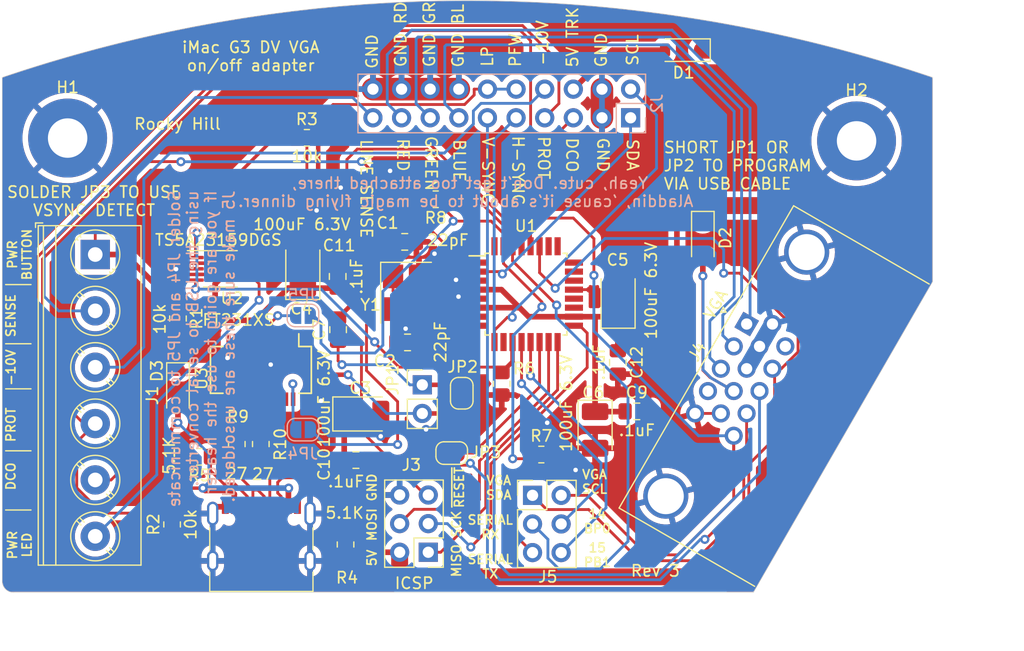
<source format=kicad_pcb>
(kicad_pcb (version 20221018) (generator pcbnew)
  (title_block (title "J2o Board") (date "2020-03-27") (rev "3") (comment 3 "initializing the IVAD board and sending an EDID when requested.") (comment 4 "Powers atmega328p from J20 connector and from thr VGA connector."))
  (layers (0 "F.Cu" signal) (31 "B.Cu" signal) (34 "B.Paste" user) (35 "F.Paste" user) (36 "B.SilkS" user "B.Silkscreen") (37 "F.SilkS" user "F.Silkscreen") (38 "B.Mask" user) (39 "F.Mask" user) (44 "Edge.Cuts" user))
  (net 0 "")
  (net 1 "GND")
  (net 2 "Net-(U1-XTAL1{slash}PB6)")
  (net 3 "Net-(U1-XTAL2{slash}PB7)")
  (net 4 "/RED")
  (net 5 "/GREEN")
  (net 6 "/BLUE")
  (net 7 "/COMPUTER_5V")
  (net 8 "/COMPUTER_SDA")
  (net 9 "/H_SYNC")
  (net 10 "/V_SYNC")
  (net 11 "/COMPUTER_SCL")
  (net 12 "/IVAD_SDA")
  (net 13 "/IVAD_SCL")
  (net 14 "/DCO")
  (net 15 "/5V_TRICKLE")
  (net 16 "/PROT")
  (net 17 "/-10V")
  (net 18 "/LPIACT:L1_LP")
  (net 19 "/LINE_SENSE")
  (net 20 "/+5V_BOARD")
  (net 21 "/PWR_BTN")
  (net 22 "/MISO")
  (net 23 "/SCK")
  (net 24 "/MOSI")
  (net 25 "/~{RESET}")
  (net 26 "/PWR_LED")
  (net 27 "/SERIAL_RX")
  (net 28 "/SERIAL_TX")
  (net 29 "/PB0")
  (net 30 "/PB1")
  (net 32 "/5V_USB")
  (net 34 "Net-(JP3-A)")
  (net 35 "Net-(U1-PD7)")
  (net 56 "Net-(U3-USBDP)")
  (net 57 "Net-(U3-USBDM)")
  (net 58 "Net-(JP1-A)")
  (net 59 "Net-(JP1-B)")
  (net 60 "Net-(J5-Pin_5)")
  (net 61 "Net-(J6-D--PadA7)")
  (net 62 "Net-(J6-D+-PadA6)")
  (net 63 "Net-(JP4-B)")
  (net 64 "Net-(JP5-B)")
  (net 67 "Net-(J6-CC2)")
  (net 68 "Net-(J6-CC1)")
  (footprint "MountingHole:MountingHole_3.5mm_Pad" (layer "F.Cu") (at 209.153 70.1538)
    (fp_text reference "H2")
    (fp_text value "MountingHole_Pad" hide)
  )
  (footprint "Connector_PinHeader_2.54mm:PinHeader_2x03_P2.54mm_Vertical" (layer "F.Cu") (at 171.153 106.654 180)
    (fp_text reference "J3")
    (fp_text value "Conn_02x03_Odd_Even" hide)
  )
  (footprint "TerminalBlock_Phoenix:TerminalBlock_Phoenix_PT-1,5-6-5.0-H_1x06_P5.00mm_Horizontal" (layer "F.Cu") (at 141.605 80.236 -90)
    (fp_text reference "J1")
    (fp_text value "Screw_Terminal_01x06" hide)
  )
  (footprint "MountingHole:MountingHole_3.5mm_Pad" (layer "F.Cu") (at 139.153 69.9038)
    (fp_text reference "H1")
    (fp_text value "MountingHole_Pad" hide)
  )
  (footprint "Connector_PinHeader_2.54mm:PinHeader_2x03_P2.54mm_Vertical" (layer "F.Cu") (at 180.403 101.604)
    (fp_text reference "J5")
    (fp_text value "Conn_02x03_Odd_Even" hide)
  )
  (footprint "Connector_Dsub:DSUB-15-HD_Female_Horizontal_P2.29x1.98mm_EdgePinOffset8.35mm_Housed_MountingHolesOffset10.89mm" (layer "F.Cu") (at 199.403 86.4038 60)
    (fp_text reference "J4")
    (fp_text value "DE15_Receptacle_HighDensity_MountingHoles")
  )
  (footprint "Jumper:SolderJumper-2_P1.3mm_Open_RoundedPad1.0x1.5mm" (layer "F.Cu") (at 173.233 97.8538 180)
    (fp_text reference "JP3")
    (fp_text value "SolderJumper_2_Open" hide)
  )
  (footprint "Diode_SMD:D_SOD-123" (layer "F.Cu") (at 193.813 62.1038 180)
    (fp_text reference "D1")
    (fp_text value "D_Schottky_ALT" hide)
  )
  (footprint "Diode_SMD:D_SOD-123" (layer "F.Cu") (at 195.513 78.7738 -90)
    (fp_text reference "D2")
    (fp_text value "D_Schottky_ALT" hide)
  )
  (footprint "Resistor_SMD:R_0805_2012Metric_Pad1.20x1.40mm_HandSolder" (layer "F.Cu") (at 148.943 85.9138 -90)
    (fp_text reference "R1")
    (fp_text value "10k")
  )
  (footprint "Resistor_SMD:R_0805_2012Metric_Pad1.20x1.40mm_HandSolder" (layer "F.Cu") (at 148.423 104.1838 90)
    (fp_text reference "R2")
    (fp_text value "10k")
  )
  (footprint "Resistor_SMD:R_0805_2012Metric_Pad1.20x1.40mm_HandSolder" (layer "F.Cu") (at 160.383 69.8838)
    (fp_text reference "R3")
    (fp_text value "10k")
  )
  (footprint "Resistor_SMD:R_0805_2012Metric_Pad1.20x1.40mm_HandSolder" (layer "F.Cu") (at 177.673 91.7038 90)
    (fp_text reference "R6")
    (fp_text value "10k")
  )
  (footprint "Package_QFP:TQFP-32_7x7mm_P0.8mm" (layer "F.Cu") (at 179.828 83.7538)
    (fp_text reference "U1")
    (fp_text value "ATmega328P-AU" hide)
  )
  (footprint "Package_SO:VSSOP-10_3x3mm_P0.5mm" (layer "F.Cu") (at 152.703 81.5038)
    (fp_text reference "U2")
    (fp_text value "TS5A23159DGS")
  )
  (footprint "Package_SO:SSOP-20_3.9x8.7mm_P0.635mm" (layer "F.Cu") (at 156.3005 90.4738 -90)
    (fp_text reference "U3")
    (fp_text value "FT231XS")
  )
  (footprint "Crystal:Crystal_SMD_3225-4Pin_3.2x2.5mm_HandSoldering" (layer "F.Cu") (at 169.178 83.6288 -90)
    (fp_text reference "Y1")
    (fp_text value "16 Mz cystal" hide)
  )
  (footprint "Capacitor_Tantalum_SMD:CP_EIA-3528-21_Kemet-B_Pad1.50x2.35mm_HandSolder" (layer "F.Cu") (at 185.953 95.7988 -90)
    (fp_text reference "C6")
    (fp_text value "100uF 6.3V")
  )
  (footprint "Capacitor_Tantalum_SMD:CP_EIA-3528-21_Kemet-B_Pad1.50x2.35mm_HandSolder" (layer "F.Cu") (at 165.318 94.3838)
    (fp_text reference "C3")
    (fp_text value "100uF 6.3V")
  )
  (footprint "Capacitor_Tantalum_SMD:CP_EIA-3528-21_Kemet-B_Pad1.50x2.35mm_HandSolder" (layer "F.Cu") (at 187.993 84.1388 90)
    (fp_text reference "C5")
    (fp_text value "100uF 6.3V")
  )
  (footprint "Capacitor_Tantalum_SMD:CP_EIA-3528-21_Kemet-B_Pad1.50x2.35mm_HandSolder" (layer "F.Cu") (at 160.023 81.5888 90)
    (fp_text reference "C4")
    (fp_text value "100uF 6.3V")
  )
  (footprint "Capacitor_SMD:C_0805_2012Metric_Pad1.18x1.45mm_HandSolder" (layer "F.Cu") (at 169.313 88.0338 180)
    (fp_text reference "C2")
    (fp_text value "22pF")
  )
  (footprint "Capacitor_SMD:C_0805_2012Metric_Pad1.18x1.45mm_HandSolder" (layer "F.Cu") (at 169.063 79.1138 180)
    (fp_text reference "C1")
    (fp_text value "22pF")
  )
  (footprint "Diode_SMD:D_SOD-123" (layer "F.Cu") (at 148.943 92.2038 -90)
    (fp_text reference "D3")
    (fp_text value "D_Schottky_ALT" hide)
  )
  (footprint "Jumper:SolderJumper-2_P1.3mm_Open_RoundedPad1.0x1.5mm" (layer "F.Cu") (at 174.123 92.5438 -90)
    (fp_text reference "JP2")
    (fp_text value "SolderJumper_2_Open" hide)
  )
  (footprint "Connector_PinHeader_2.54mm:PinHeader_1x02_P2.54mm_Vertical" (layer "F.Cu") (at 170.623 91.7988)
    (fp_text reference "JP1")
    (fp_text value "SolderJumper_2_Open" hide)
  )
  (footprint "Resistor_SMD:R_0805_2012Metric_Pad1.20x1.40mm_HandSolder" (layer "F.Cu") (at 163.813 105.9638 -90)
    (fp_text reference "R4")
    (fp_text value "5.1K")
  )
  (footprint "Capacitor_SMD:C_0805_2012Metric_Pad1.18x1.45mm_HandSolder" (layer "F.Cu") (at 163.113 82.1838 90)
    (fp_text reference "C11")
    (fp_text value ".1uF")
  )
  (footprint "Resistor_SMD:R_0805_2012Metric_Pad1.20x1.40mm_HandSolder" (layer "F.Cu") (at 154.163 97.0538 90)
    (fp_text reference "R9")
    (fp_text value "27")
  )
  (footprint "Resistor_SMD:R_0805_2012Metric_Pad1.20x1.40mm_HandSolder" (layer "F.Cu") (at 156.293 97.0538 90)
    (fp_text reference "R10")
    (fp_text value "27")
  )
  (footprint "Capacitor_SMD:C_0805_2012Metric_Pad1.18x1.45mm_HandSolder" (layer "F.Cu") (at 189.6555 94.1538)
    (fp_text reference "C9")
    (fp_text value ".1uF")
  )
  (footprint "Resistor_SMD:R_0805_2012Metric_Pad1.20x1.40mm_HandSolder" (layer "F.Cu") (at 150.833 98.1838 180)
    (fp_text reference "R5")
    (fp_text value "5.1K")
  )
  (footprint "Resistor_SMD:R_0805_2012Metric_Pad1.20x1.40mm_HandSolder" (layer "F.Cu") (at 181.183 97.9838)
    (fp_text reference "R7")
    (fp_text value "10k")
  )
  (footprint "Capacitor_SMD:C_0805_2012Metric_Pad1.18x1.45mm_HandSolder" (layer "F.Cu") (at 164.733 98.4738)
    (fp_text reference "C10")
    (fp_text value ".1uF")
  )
  (footprint "Capacitor_SMD:C_0805_2012Metric_Pad1.18x1.45mm_HandSolder" (layer "F.Cu") (at 187.973 89.8113 -90)
    (fp_text reference "C12")
    (fp_text value ".1uF")
  )
  (footprint "Connector_USB:USB_C_Receptacle_G-Switch_GT-USB-7010ASV" (layer "F.Cu") (at 156.343 106.3438)
    (fp_text reference "J6" hide)
    (fp_text value "USB_C_Receptacle_USB2.0")
  )
  (footprint "Capacitor_SMD:C_0805_2012Metric_Pad1.18x1.45mm_HandSolder" (layer "F.Cu") (at 163.153 86.9038 90)
    (fp_text reference "C7")
    (fp_text value ".1uF")
  )
  (footprint "Resistor_SMD:R_0805_2012Metric_Pad1.20x1.40mm_HandSolder" (layer "F.Cu") (at 171.813 75.3338 180)
    (fp_text reference "R8")
    (fp_text value "5.1K")
  )
  (footprint "Connector_PinHeader_2.54mm:PinHeader_2x10_P2.54mm_Vertical" (layer "B.Cu") (at 189.103 68.1038 90)
    (fp_text reference "J2")
    (fp_text value "Conn_02x10_Odd_Even" hide)
  )
  (footprint "Jumper:SolderJumper-2_P1.3mm_Open_RoundedPad1.0x1.5mm" (layer "B.Cu") (at 160.043 95.7738 180)
    (fp_text reference "JP4")
    (fp_text value "SolderJumper_2_Open" hide)
  )
  (footprint "Jumper:SolderJumper-2_P1.3mm_Open_RoundedPad1.0x1.5mm" (layer "B.Cu") (at 160.033 85.6438 180)
    (fp_text reference "JP5")
    (fp_text value "SolderJumper_2_Open" hide)
  )
  (gr_line (start 135.903 82.9038) (end 133.653 82.9038) (stroke (width 0.12)) (layer "F.SilkS"))
  (gr_line (start 135.903 97.6538) (end 133.653 97.6538) (stroke (width 0.12)) (layer "F.SilkS"))
  (gr_line (start 135.903 88.1538) (end 133.653 88.1538) (stroke (width 0.12)) (layer "F.SilkS"))
  (gr_line (start 135.903 92.1538) (end 133.653 92.1538) (stroke (width 0.12)) (layer "F.SilkS"))
  (gr_line (start 135.903 102.9038) (end 133.653 102.9038) (stroke (width 0.12)) (layer "F.SilkS"))
  (gr_line (start 133.35 109.22) (end 133.35 64.516001) (stroke (width 0.05)) (layer "Edge.Cuts"))
  (gr_line (start 200.003 110.22) (end 134.35 110.22) (stroke (width 0.05)) (layer "Edge.Cuts"))
  (gr_line (start 215.899998 64.516) (end 215.899998 82.6538) (stroke (width 0.05)) (layer "Edge.Cuts"))
  (gr_arc (start 134.35 110.22) (mid 133.642893 109.927107) (end 133.35 109.22) (stroke (width 0.05)) (layer "Edge.Cuts"))
  (gr_line (start 215.899998 82.6538) (end 200.003 110.22) (stroke (width 0.05)) (layer "Edge.Cuts"))
  (gr_arc (start 133.35 64.516001) (mid 174.624999 57.705384) (end 215.899998 64.516) (stroke (width 0.05)) (layer "Edge.Cuts"))
  (gr_text "Yeah, cute. Don't get too attached there, \nAladdin, 'cause it's about to be magic flying dinner." (at 174.473 74.7038) (layer "B.SilkS") (effects (font (size 1 1)) (justify mirror)))
  (gr_text "Solder JP4 and JP5 to communicate\nusing the USB to serial converter.\nIf you are going to use the header\nJ5 make sure these are unsoldered." (at 154.043 74.4638 90) (layer "B.SilkS") (effects (font (size 1 1)) (justify left bottom mirror)))
  (gr_text "14\nBP0" (at 186.153 103.9038) (layer "F.SilkS") (effects (font (size 0.8 0.8))))
  (gr_text "VGA\nSCL" (at 185.903 100.4038) (layer "F.SilkS") (effects (font (size 0.8 0.8))))
  (gr_text "MISO" (at 173.653 107.4038 90) (layer "F.SilkS") (effects (font (size 0.8 0.8))))
  (gr_text "SERIAL\nRX" (at 176.653 104.4288) (layer "F.SilkS") (effects (font (size 0.8 0.8))))
  (gr_text "SENSE" (at 134.112 85.6538 90) (layer "F.SilkS") (effects (font (size 0.8 0.8))))
  (gr_text "PROT" (at 181.403 71.6538 270) (layer "F.SilkS") (effects (font (size 1 1))))
  (gr_text "GND" (at 186.653 71.4038 270) (layer "F.SilkS") (effects (font (size 1 1))))
  (gr_text "LP" (at 176.393 62.6538 90) (layer "F.SilkS") (effects (font (size 1 1))))
  (gr_text "ICSP" (at 169.903 109.4038) (layer "F.SilkS") (effects (font (size 1 1))))
  (gr_text "DCO" (at 134.112 99.916 90) (layer "F.SilkS") (effects (font (size 0.8 0.8))))
  (gr_text "SDA" (at 189.2768 71.4038 270) (layer "F.SilkS") (effects (font (size 1 1))))
  (gr_text "PFW" (at 178.8668 62.0903 90) (layer "F.SilkS") (effects (font (size 1 1))))
  (gr_text "GND" (at 166.153 100.9038 90) (layer "F.SilkS") (effects (font (size 0.8 0.8))))
  (gr_text "VGA\nSDA" (at 177.403 100.9288) (layer "F.SilkS") (effects (font (size 0.8 0.8))))
  (gr_text "GND GR" (at 171.2468 60.6933 90) (layer "F.SilkS") (effects (font (size 1 1))))
  (gr_text "SERIAL\nTX" (at 176.653 107.9288) (layer "F.SilkS") (effects (font (size 0.8 0.8))))
  (gr_text "GND" (at 186.4868 62.0903 90) (layer "F.SilkS") (effects (font (size 1 1))))
  (gr_text "MOSI" (at 166.153 104.2038 90) (layer "F.SilkS") (effects (font (size 0.8 0.8))))
  (gr_text "GND RD" (at 168.7068 60.6933 90) (layer "F.SilkS") (effects (font (size 1 1))))
  (gr_text "15\nPB1" (at 186.153 106.9038) (layer "F.SilkS") (effects (font (size 0.8 0.8))))
  (gr_text "RED" (at 168.903 71.4038 270) (layer "F.SilkS") (effects (font (size 1 1))))
  (gr_text "5V" (at 166.153 107.1538 90) (layer "F.SilkS") (effects (font (size 0.8 0.8))))
  (gr_text "SHORT JP1 OR\nJP2 TO PROGRAM\nVIA USB CABLE" (at 191.963 74.5438) (layer "F.SilkS") (effects (font (size 1 1)) (justify left bottom)))
  (gr_text "GND BL" (at 173.7868 60.8203 90) (layer "F.SilkS") (effects (font (size 1 1))))
  (gr_text "5V TRK" (at 183.9468 60.9473 90) (layer "F.SilkS") (effects (font (size 1 1))))
  (gr_text "V-SYNC" (at 176.4498 72.7786 270) (layer "F.SilkS") (effects (font (size 1 1))))
  (gr_text "iMac G3 DV VGA\non/off adapter" (at 155.403 62.6538) (layer "F.SilkS") (effects (font (size 1 1))))
  (gr_text "BLUE" (at 173.903 71.9038 270) (layer "F.SilkS") (effects (font (size 1 1))))
  (gr_text "~{RESET}" (at 173.903 100.9038 90) (layer "F.SilkS") (effects (font (size 0.8 0.8))))
  (gr_text "-10V" (at 181.2798 61.4553 90) (layer "F.SilkS") (effects (font (size 1 1))))
  (gr_text "SCK" (at 173.653 104.1538 90) (layer "F.SilkS") (effects (font (size 0.8 0.8))))
  (gr_text "SOLDER JP3 TO USE\nVSYNC DETECT" (at 141.503 75.5038) (layer "F.SilkS") (effects (font (size 1 1))))
  (gr_text "H-SYNC" (at 179.1168 72.7786 270) (layer "F.SilkS") (effects (font (size 1 1))))
  (gr_text "DCO" (at 183.903 71.4038 270) (layer "F.SilkS") (effects (font (size 1 1))))
  (gr_text "GND" (at 166.1668 62.2173 90) (layer "F.SilkS") (effects (font (size 1 1))))
  (gr_text "VGA" (at 196.653 84.6538 60) (layer "F.SilkS") (effects (font (size 1 1))))
  (gr_text "SCL" (at 189.2808 62.0903 90) (layer "F.SilkS") (effects (font (size 1 1))))
  (gr_text "PWR\nLED" (at 134.9 106.012 90) (layer "F.SilkS") (effects (font (size 0.8 0.8))))
  (gr_text "PWR\nBUTTON" (at 134.9 80.236 90) (layer "F.SilkS") (effects (font (size 0.8 0.8))))
  (gr_text "Rev 3" (at 191.303 108.3038) (layer "F.SilkS") (effects (font (size 1 1))))
  (gr_text "GREEN" (at 171.403 72.1538 270) (layer "F.SilkS") (effects (font (size 1 1))))
  (gr_text "-10V" (at 134.112 90.264 90) (layer "F.SilkS") (effects (font (size 0.8 0.8))))
  (gr_text "PROT" (at 134.112 95.344 90) (layer "F.SilkS") (effects (font (size 0.8 0.8))))
  (gr_text "Rocky Hill" (at 148.903 68.6538) (layer "F.SilkS") (effects (font (size 1 1))))
  (gr_text "LINE SENSE" (at 165.653 74.4038 270) (layer "F.SilkS") (effects (font (size 1 1))))
  (segment (start 168.028 85.6988) (end 168.028 85.0788) (width 0.25) (layer "F.Cu") (net 1))
  (segment (start 175.578 84.1538) (end 174.013 84.1538) (width 0.3) (layer "F.Cu") (net 1))
  (segment (start 170.813 75.3338) (end 170.283 75.3338) (width 0.25) (layer "F.Cu") (net 1))
  (segment (start 187.153 83.3538) (end 187.993 82.5138) (width 0.25) (layer "F.Cu") (net 1))
  (segment (start 159.163 80.8238) (end 160.023 79.9638) (width 0.3) (layer "F.Cu") (net 1))
  (segment (start 155.983 91.4738) (end 156.618 92.1088) (width 0.4) (layer "F.Cu") (net 1))
  (segment (start 197.108631 94.336593) (end 197.11023 94.334994) (width 0.25) (layer "F.Cu") (net 1))
  (segment (start 170.283 75.3338) (end 167.763 72.8138) (width 0.25) (layer "F.Cu") (net 1))
  (segment (start 166.943 96.3538) (end 166.933 96.3638) (width 0.25) (layer "F.Cu") (net 1))
  (segment (start 150.503 81.5038) (end 148.803 81.5038) (width 0.3) (layer "F.Cu") (net 1))
  (segment (start 157.983 82.0038) (end 159.163 80.8238) (width 0.3) (layer "F.Cu") (net 1))
  (segment (start 175.578 82.5538) (end 173.683 82.5538) (width 0.3) (layer "F.Cu") (net 1))
  (segment (start 168.028 87.7863) (end 168.2755 88.0338) (width 0.25) (layer "F.Cu") (net 1))
  (segment (start 158.983 81.0038) (end 159.163 80.8238) (width 0.3) (layer "F.Cu") (net 1))
  (segment (start 184.078 83.3538) (end 187.153 83.3538) (width 0.25) (layer "F.Cu") (net 1))
  (segment (start 156.618 92.1088) (end 156.618 93.0738) (width 0.4) (layer "F.Cu") (net 1))
  (segment (start 171.323 65.5638) (end 173.863 65.5638) (width 2) (layer "F.Cu") (net 1))
  (segment (start 168.783 65.5638) (end 171.323 65.5638) (width 2) (layer "F.Cu") (net 1))
  (segment (start 166.943 94.3838) (end 166.943 96.3538) (width 0.25) (layer "F.Cu") (net 1))
  (segment (start 154.903 82.0038) (end 157.983 82.0038) (width 0.3) (layer "F.Cu") (net 1))
  (segment (start 194.823 94.336593) (end 197.108631 94.336593) (width 0.25) (layer "F.Cu") (net 1))
  (segment (start 169.143 86.8138) (end 168.028 85.6988) (width 0.25) (layer "F.Cu") (net 1))
  (segment (start 169.143 87.1663) (end 168.2755 88.0338) (width 0.25) (layer "F.Cu") (net 1))
  (segment (start 186.563 65.5638) (end 186.563 68.1038) (width 2) (layer "F.Cu") (net 1))
  (segment (start 168.028 85.0788) (end 168.028 87.7863) (width 0.25) (layer "F.Cu") (net 1))
  (segment (start 174.013 84.1538) (end 173.833 83.9738) (width 0.3) (layer "F.Cu") (net 1))
  (segment (start 169.143 86.8138) (end 169.143 87.1663) (width 0.25) (layer "F.Cu") (net 1))
  (segment (start 148.803 81.5038) (end 148.773 81.5338) (width 0.3) (layer "F.Cu") (net 1))
  (segment (start 155.983 87.8738) (end 155.983 91.4738) (width 0.4) (layer "F.Cu") (net 1))
  (segment (start 154.903 81.0038) (end 158.983 81.0038) (width 0.3) (layer "F.Cu") (net 1))
  (segment (start 166.243 65.5638) (end 168.783 65.5638) (width 2) (layer "F.Cu") (net 1))
  (segment (start 173.683 82.5538) (end 173.613 82.4838) (width 0.3) (layer "F.Cu") (net 1))
  (via (at 157.173 90.0038) (size 0.8) (drill 0.4) (layers "F.Cu" "B.Cu") (net 1))
  (via (at 163.383 74.3038) (size 0.8) (drill 0.4) (layers "F.Cu" "B.Cu") (net 1))
  (via (at 171.703 80.1638) (size 0.8) (drill 0.4) (layers "F.Cu" "B.Cu") (net 1))
  (via (at 166.933 96.3638) (size 0.8) (drill 0.4) (layers "F.Cu" "B.Cu") (net 1))
  (via (at 181.703 95.1638) (size 0.8) (drill 0.4) (layers "F.Cu" "B.Cu") (net 1))
  (via (at 161.243 76.3238) (size 0.8) (drill 0.4) (layers "F.Cu" "B.Cu") (net 1))
  (via (at 148.773 81.5338) (size 0.8) (drill 0.4) (layers "F.Cu" "B.Cu") (net 1))
  (via (at 173.613 82.4838) (size 0.8) (drill 0.4) (layers "F.Cu" "B.Cu") (net 1))
  (via (at 173.833 83.9738) (size 0.8) (drill 0.4) (layers "F.Cu" "B.Cu") (net 1))
  (via (at 170.953 95.7538) (size 0.8) (drill 0.4) (layers "F.Cu" "B.Cu") (net 1))
  (via (at 184.223 99.3538) (size 0.8) (drill 0.4) (layers "F.Cu" "B.Cu") (net 1))
  (via (at 153.333 89.4138) (size 0.8) (drill 0.4) (layers "F.Cu" "B.Cu") (net 1))
  (via (at 161.643 93.2138) (size 0.8) (drill 0.4) (layers "F.Cu" "B.Cu") (net 1))
  (via (at 167.763 72.8138) (size 0.8) (drill 0.4) (layers "F.Cu" "B.Cu") (net 1))
  (via (at 169.143 86.8138) (size 0.8) (drill 0.4) (layers "F.Cu" "B.Cu") (net 1))
  (segment (start 199.4 90.3686) (end 201.69 86.4022) (width 1.5) (layer "B.Cu") (net 1))
  (segment (start 168.026 79.1138) (end 168.028 79.1163) (width 0.25) (layer "F.Cu") (net 2))
  (segment (start 174.073 85.7538) (end 175.578 85.7538) (width 0.25) (layer "F.Cu") (net 2))
  (segment (start 168.193 83.6438) (end 171.963 83.6438) (width 0.25) (layer "F.Cu") (net 2))
  (segment (start 168.028 82.1788) (end 168.028 83.4788) (width 0.25) (layer "F.Cu") (net 2))
  (segment (start 168.0255 79.1138) (end 168.026 79.1138) (width 0.25) (layer "F.Cu") (net 2))
  (segment (start 171.963 83.6438) (end 174.073 85.7538) (width 0.25) (layer "F.Cu") (net 2))
  (segment (start 168.028 83.4788) (end 168.193 83.6438) (width 0.25) (layer "F.Cu") (net 2))
  (segment (start 168.028 79.1163) (end 168.028 82.1788) (width 0.25) (layer "F.Cu") (net 2))
  (segment (start 172.913 86.5538) (end 175.578 86.5538) (width 0.25) (layer "F.Cu") (net 3))
  (segment (start 170.328 88.0113) (end 170.328 85.0788) (width 0.25) (layer "F.Cu") (net 3))
  (segment (start 170.3505 88.0338) (end 170.35 88.0338) (width 0.25) (layer "F.Cu") (net 3))
  (segment (start 170.328 85.0788) (end 171.438 85.0788) (width 0.25) (layer "F.Cu") (net 3))
  (segment (start 171.438 85.0788) (end 172.913 86.5538) (width 0.25) (layer "F.Cu") (net 3))
  (segment (start 170.35 88.0338) (end 170.328 88.0113) (width 0.25) (layer "F.Cu") (net 3))
  (segment (start 169.683 60.3238) (end 167.513 62.4938) (width 0.25) (layer "B.Cu") (net 4))
  (segment (start 199.403 86.4038) (end 199.703 86.1038) (width 0.25) (layer "B.Cu") (net 4))
  (segment (start 167.513 66.8338) (end 168.783 68.1038) (width 0.25) (layer "B.Cu") (net 4))
  (segment (start 199.703 67.2438) (end 192.783 60.3238) (width 0.25) (layer "B.Cu") (net 4))
  (segment (start 199.703 86.1038) (end 199.703 67.2438) (width 0.25) (layer "B.Cu") (net 4))
  (segment (start 192.783 60.3238) (end 169.683 60.3238) (width 0.25) (layer "B.Cu") (net 4))
  (segment (start 167.513 62.4938) (end 167.513 66.8338) (width 0.25) (layer "B.Cu") (net 4))
  (segment (start 197.283 85.6138) (end 198.953 83.9438) (width 0.25) (layer "B.Cu") (net 5))
  (segment (start 170.075 61.1075) (end 170.075 66.8558) (width 0.25) (layer "B.Cu") (net 5))
  (segment (start 192.566604 60.9438) (end 170.23893 60.9438) (width 0.25) (layer "B.Cu") (net 5))
  (segment (start 170.075 66.8558) (end 171.323 68.1038) (width 0.25) (layer "B.Cu") (net 5))
  (segment (start 198.953 83.9438) (end 198.953 67.330196) (width 0.25) (layer "B.Cu") (net 5))
  (segment (start 198.258 88.387) (end 197.283 87.412) (width 0.25) (layer "B.Cu") (net 5))
  (segment (start 198.953 67.330196) (end 192.566604 60.9438) (width 0.25) (layer "B.Cu") (net 5))
  (segment (start 197.283 87.412) (end 197.283 85.6138) (width 0.25) (layer "B.Cu") (net 5))
  (segment (start 170.23893 60.9438) (end 170.075 61.1075) (width 0.25) (layer "B.Cu") (net 5))
  (segment (start 172.615 66.8558) (end 173.863 68.1038) (width 0.25) (layer "B.Cu") (net 6))
  (segment (start 197.113 90.3702) (end 196.133 89.3902) (width 0.25) (layer "B.Cu") (net 6))
  (segment (start 198.293 83.9674) (end 198.293 67.5338) (width 0.25) (layer "B.Cu") (net 6))
  (segment (start 198.293 67.5338) (end 192.393 61.6338) (width 0.25) (layer "B.Cu") (net 6))
  (segment (start 192.393 61.6338) (end 172.757 61.6338) (width 0.25) (layer "B.Cu") (net 6))
  (segment (start 172.615 61.7758) (end 172.615 66.8558) (width 0.25) (layer "B.Cu") (net 6))
  (segment (start 196.133 86.1274) (end 198.293 83.9674) (width 0.25) (layer "B.Cu") (net 6))
  (segment (start 196.133 89.3902) (end 196.133 86.1274) (width 0.25) (layer "B.Cu") (net 6))
  (segment (start 172.757 61.6338) (end 172.615 61.7758) (width 0.25) (layer "B.Cu") (net 6))
  (segment (start 195.553 82.1438) (end 195.729 81.9678) (width 0.25) (layer "F.Cu") (net 7))
  (segment (start 198.2552 92.3518) (end 198.255 92.3518) (width 0.25) (layer "F.Cu") (net 7))
  (segment (start 195.513 82.1438) (end 195.553 82.1438) (width 0.25) (layer "F.Cu") (net 7))
  (segment (start 196.143 91.1338) (end 195.513 90.5038) (width 0.25) (layer "F.Cu") (net 7))
  (segment (start 195.513 90.5038) (end 195.513 82.1438) (width 0.25) (layer "F.Cu") (net 7))
  (segment (start 195.513 82.1438) (end 195.513 80.4238) (width 0.5) (layer "F.Cu") (net 7))
  (segment (start 198.255 92.3518) (end 196.143 91.1338) (width 0.25) (layer "F.Cu") (net 7))
  (via (at 195.513 82.1438) (size 0.8) (drill 0.4) (layers "F.Cu" "B.Cu") (net 7))
  (segment locked (start 195.513 82.1438) (end 195.533 82.1638) (width 0.25) (layer "B.Cu") (net 7))
  (segment locked (start 195.533 82.1638) (end 195.533 90.4738) (width 0.25) (layer "B.Cu") (net 7))
  (segment locked (start 196.263 91.2038) (end 198.25523 92.351795) (width 0.25) (layer "B.Cu") (net 7))
  (segment locked (start 195.533 90.4738) (end 196.263 91.2038) (width 0.25) (layer "B.Cu") (net 7))
  (segment (start 203.9614 88.8792) (end 202.4736 90.367) (width 0.25) (layer "F.Cu") (net 8))
  (segment (start 199.593 102.6338) (end 199.593 98.85252) (width 0.25) (layer "F.Cu") (net 8))
  (segment (start 197.363 81.8912) (end 198.7845 81.8912) (width 0.25) (layer "F.Cu") (net 8))
  (segment (start 185.383 102.864) (end 189.923 107.404) (width 0.25) (layer "F.Cu") (net 8))
  (segment (start 201.8839 90.5638) (end 201.687 90.367) (width 0.25) (layer "F.Cu") (net 8))
  (segment (start 181.028 79.5038) (end 181.028 81.8488) (width 0.25) (layer "F.Cu") (net 8))
  (segment (start 201.8839 90.367) (end 201.8839 90.5638) (width 0.25) (layer "F.Cu") (net 8))
  (segment (start 181.663 102.864) (end 185.383 102.864) (width 0.25) (layer "F.Cu") (net 8))
  (segment (start 201.8839 90.367) (end 201.6875 90.367) (width 0.25) (layer "F.Cu") (net 8))
  (segment (start 181.028 81.8488) (end 182.413 83.2338) (width 0.25) (layer "F.Cu") (net 8))
  (segment (start 194.8228 107.404) (end 199.593 102.6338) (width 0.25) (layer "F.Cu") (net 8))
  (segment (start 203.9614 87.0681) (end 203.9614 88.8792) (width 0.25) (layer "F.Cu") (net 8))
  (segment (start 180.403 101.604) (end 181.663 102.864) (width 0.25) (layer "F.Cu") (net 8))
  (segment (start 199.593 98.85252) (end 201.8839 96.56162) (width 0.25) (layer "F.Cu") (net 8))
  (segment (start 198.7845 81.8912) (end 203.9614 87.0681) (width 0.25) (layer "F.Cu") (net 8))
  (segment (start 202.4736 90.367) (end 201.8839 90.367) (width 0.25) (layer "F.Cu") (net 8))
  (segment (start 201.8839 96.56162) (end 201.8839 90.5638) (width 0.25) (layer "F.Cu") (net 8))
  (segment (start 189.923 107.404) (end 194.8228 107.404) (width 0.25) (layer "F.Cu") (net 8))
  (via (at 197.363 81.8912) (size 0.8) (drill 0.4) (layers "F.Cu" "B.Cu") (net 8))
  (via (at 182.413 83.2338) (size 0.8) (drill 0.4) (layers "F.Cu" "B.Cu") (net 8))
  (segment (start 186.833 78.8138) (end 196.393 78.8138) (width 0.25) (layer "B.Cu") (net 8))
  (segment (start 182.413 83.2338) (end 186.833 78.8138) (width 0.25) (layer "B.Cu") (net 8))
  (segment (start 197.363 79.7838) (end 197.363 81.8912) (width 0.25) (layer "B.Cu") (net 8))
  (segment (start 196.393 78.8138) (end 197.363 79.7838) (width 0.25) (layer "B.Cu") (net 8))
  (segment (start 200.542 92.3502) (end 200.542 92.8917) (width 0.25) (layer "B.Cu") (net 9))
  (segment (start 200.542 92.8917) (end 200.5425 92.8912) (width 0.25) (layer "B.Cu") (net 9))
  (segment (start 200.5425 92.8912) (end 200.5425 92.3502) (width 0.25) (layer "B.Cu") (net 9))
  (segment (start 200.542 99.634189) (end 191.532389 108.6438) (width 0.25) (layer "B.Cu") (net 9))
  (segment (start 200.542 92.8917) (end 200.542 99.634189) (width 0.25) (layer "B.Cu") (net 9))
  (segment (start 178.3348 108.6438) (end 177.00035 107.30935) (width 0.25) (layer "B.Cu") (net 9))
  (segment (start 191.532389 108.6438) (end 178.3348 108.6438) (width 0.25) (layer "B.Cu") (net 9))
  (segment (start 177.00035 70.04645) (end 178.943 68.1038) (width 0.25) (layer "B.Cu") (net 9))
  (segment (start 177.00035 107.30935) (end 177.00035 70.04645) (width 0.25) (layer "B.Cu") (net 9))
  (segment (start 199.3973 94.3336) (end 199.397 94.3334) (width 0.25) (layer "F.Cu") (net 10))
  (segment (start 195.75732 105.511146) (end 195.690348 105.511146) (width 0.25) (layer "F.Cu") (net 10))
  (segment (start 199.3975 94.3334) (end 199.3973 94.3336) (width 0.25) (layer "F.Cu") (net 10))
  (segment (start 174.7119 98.9307) (end 174.8823 98.7603) (width 0.25) (layer "F.Cu") (net 10))
  (segment (start 172.583 98.3915) (end 173.1222 98.9307) (width 0.25) (layer "F.Cu") (net 10))
  (segment (start 199.3973 98.411824) (end 199.143 98.666124) (width 0.25) (layer "F.Cu") (net 10))
  (segment (start 172.583 97.8538) (end 172.583 98.3915) (width 0.25) (layer "F.Cu") (net 10))
  (segment (start 199.3973 94.3336) (end 199.3973 98.411824) (width 0.25) (layer "F.Cu") (net 10))
  (segment (start 173.1222 98.9307) (end 174.7119 98.9307) (width 0.25) (layer "F.Cu") (net 10))
  (segment (start 199.143 98.666124) (end 199.143 102.125466) (width 0.25) (layer "F.Cu") (net 10))
  (segment (start 199.143 102.125466) (end 195.75732 105.511146) (width 0.25) (layer "F.Cu") (net 10))
  (via (at 174.8823 98.7603) (size 0.8) (drill 0.4) (layers "F.Cu" "B.Cu") (net 10))
  (via (at 195.690348 105.511146) (size 0.8) (drill 0.4) (layers "F.Cu" "B.Cu") (net 10))
  (segment (start 176.403 100.281) (end 176.403 107.982) (width 0.25) (layer "B.Cu") (net 10))
  (segment (start 195.301439 105.511146) (end 195.690348 105.511146) (width 0.25) (layer "B.Cu") (net 10))
  (segment (start 191.718785 109.0938) (end 195.301439 105.511146) (width 0.25) (layer "B.Cu") (net 10))
  (segment (start 176.403 100.281) (end 176.403 68.1038) (width 0.25) (layer "B.Cu") (net 10))
  (segment (start 176.403 107.982) (end 177.5148 109.0938) (width 0.25) (layer "B.Cu") (net 10))
  (segment (start 174.8823 98.7603) (end 176.403 100.281) (width 0.25) (layer "B.Cu") (net 10))
  (segment (start 177.5148 109.0938) (end 191.718785 109.0938) (width 0.25) (layer "B.Cu") (net 10))
  (segment (start 180.228 79.5038) (end 180.228 77.0038) (width 0.25) (layer "F.Cu") (net 11))
  (segment (start 198.252 99.1203) (end 198.2525 99.1198) (width 0.25) (layer "F.Cu") (net 11))
  (segment (start 193.293 106.884) (end 190.545 106.884) (width 0.25) (layer "F.Cu") (net 11))
  (segment (start 185.265 101.604) (end 182.943 101.604) (width 0.25) (layer "F.Cu") (net 11))
  (segment (start 198.252 101.924) (end 193.293 106.884) (width 0.25) (layer "F.Cu") (net 11))
  (segment (start 190.545 106.884) (end 185.265 101.604) (width 0.25) (layer "F.Cu") (net 11))
  (segment (start 185.8475 78.8283) (end 185.8475 82.0825) (width 0.25) (layer "F.Cu") (net 11))
  (segment (start 184.023 77.0038) (end 185.8475 78.8283) (width 0.25) (layer "F.Cu") (net 11))
  (segment (start 198.252 99.1203) (end 198.252 101.924) (width 0.25) (layer "F.Cu") (net 11))
  (segment (start 180.228 77.0038) (end 184.023 77.0038) (width 0.25) (layer "F.Cu") (net 11))
  (segment (start 198.2525 99.1198) (end 198.2525 96.3166) (width 0.25) (layer "F.Cu") (net 11))
  (segment (start 198.252 96.3166) (end 198.252 99.1203) (width 0.25) (layer "F.Cu") (net 11))
  (via (at 185.8475 82.0825) (size 0.8) (drill 0.4) (layers "F.Cu" "B.Cu") (net 11))
  (segment (start 185.8475 82.0825) (end 185.8475 87.0303) (width 0.25) (layer "B.Cu") (net 11))
  (segment (start 185.8475 87.0303) (end 195.1338 96.3166) (width 0.25) (layer "B.Cu") (net 11))
  (segment (start 195.1338 96.3166) (end 198.2525 96.3166) (width 0.25) (layer "B.Cu") (net 11))
  (segment (start 177.517694 81.7538) (end 177.72535 81.961456) (width 0.25) (layer "F.Cu") (net 12))
  (segment (start 175.578 81.7538) (end 177.517694 81.7538) (width 0.25) (layer "F.Cu") (net 12))
  (via (at 177.72535 81.961456) (size 0.8) (drill 0.4) (layers "F.Cu" "B.Cu") (net 12))
  (segment (start 189.103 70.583804) (end 177.72535 81.961456) (width 0.25) (layer "B.Cu") (net 12))
  (segment (start 189.103 68.1038) (end 189.103 70.583804) (width 0.25) (layer "B.Cu") (net 12))
  (segment (start 177.028 88.0038) (end 177.028 86.9538) (width 0.25) (layer "F.Cu") (net 13))
  (segment (start 177.028 86.9538) (end 178.178 85.8038) (width 0.25) (layer "F.Cu") (net 13))
  (segment (start 178.178 85.8038) (end 178.603 85.8038) (width 0.25) (layer "F.Cu") (net 13))
  (via (at 178.603 85.8038) (size 0.8) (drill 0.4) (layers "F.Cu" "B.Cu") (net 13))
  (segment (start 191.403 67.8638) (end 191.403 72.590627) (width 0.25) (layer "B.Cu") (net 13))
  (segment (start 178.603 85.390627) (end 178.603 85.8038) (width 0.25) (layer "B.Cu") (net 13))
  (segment (start 189.103 65.5638) (end 191.403 67.8638) (width 0.25) (layer "B.Cu") (net 13))
  (segment (start 191.403 72.590627) (end 178.603 85.390627) (width 0.25) (layer "B.Cu") (net 13))
  (segment (start 180.963 69.9238) (end 180.233 69.1938) (width 0.25) (layer "F.Cu") (net 14))
  (segment (start 138.729 92.7538) (end 143.903 92.7538) (width 0.25) (layer "F.Cu") (net 14))
  (segment (start 182.203 69.9238) (end 180.963 69.9238) (width 0.25) (layer "F.Cu") (net 14))
  (segment (start 180.233 69.1938) (end 180.233 61.2738) (width 0.25) (layer "F.Cu") (net 14))
  (segment (start 144.963 93.8138) (end 144.963 98.2838) (width 0.25) (layer "F.Cu") (net 14))
  (segment (start 144.963 98.2838) (end 143.011 100.236) (width 0.25) (layer "F.Cu") (net 14))
  (segment (start 180.233 61.2738) (end 179.333 60.3738) (width 0.25) (layer "F.Cu") (net 14))
  (segment (start 136.923 80.6438) (end 136.923 90.9474) (width 0.25) (layer "F.Cu") (net 14))
  (segment (start 143.903 92.7538) (end 144.963 93.8138) (width 0.25) (layer "F.Cu") (net 14))
  (segment (start 136.923 90.9474) (end 138.729 92.7538) (width 0.25) (layer "F.Cu") (net 14))
  (segment (start 179.333 60.3738) (end 157.193 60.3738) (width 0.25) (layer "F.Cu") (net 14))
  (segment (start 143.011 100.236) (end 141.605 100.236) (width 0.25) (layer "F.Cu") (net 14))
  (segment (start 157.193 60.3738) (end 136.923 80.6438) (width 0.25) (layer "F.Cu") (net 14))
  (segment (start 184.023 68.1038) (end 182.203 69.9238) (width 0.25) (layer "F.Cu") (net 14))
  (segment (start 184.023 65.5638) (end 187.483 62.1038) (width 0.5) (layer "F.Cu") (net 15))
  (segment (start 187.483 62.1038) (end 192.163 62.1038) (width 0.5) (layer "F.Cu") (net 15))
  (segment (start 148.423 103.1838) (end 142.2105 103.1838) (width 0.25) (layer "F.Cu") (net 16))
  (segment (start 182.743 63.1474) (end 182.743 66.8438) (width 0.25) (layer "F.Cu") (net 16))
  (segment (start 140.575 95.236) (end 136.473 91.1338) (width 0.25) (layer "F.Cu") (net 16))
  (segment (start 139.9624 96.8786) (end 141.605 95.236) (width 0.25) (layer "F.Cu") (net 16))
  (segment (start 182.743 66.8438) (end 181.483 68.1038) (width 0.25) (layer "F.Cu") (net 16))
  (segment (start 141.605 95.236) (end 140.575 95.236) (width 0.25) (layer "F.Cu") (net 16))
  (segment (start 157.007 59.9238) (end 179.519 59.9238) (width 0.25) (layer "F.Cu") (net 16))
  (segment (start 142.2105 103.1838) (end 139.9624 100.9357) (width 0.25) (layer "F.Cu") (net 16))
  (segment (start 139.9624 100.9357) (end 139.9624 96.8786) (width 0.25) (layer "F.Cu") (net 16))
  (segment (start 136.473 80.4574) (end 157.007 59.9238) (width 0.25) (layer "F.Cu") (net 16))
  (segment (start 136.473 91.1338) (end 136.473 80.4574) (width 0.25) (layer "F.Cu") (net 16))
  (segment (start 179.519 59.9238) (end 182.743 63.1474) (width 0.25) (layer "F.Cu") (net 16))
  (segment (start 175.153 68.6638) (end 172.583 71.2338) (width 0.25) (layer "B.Cu") (net 17))
  (segment (start 145.913 88.4438) (end 144.121 90.236) (width 0.25) (layer "B.Cu") (net 17))
  (segment (start 175.153 67.5021) (end 175.153 68.6638) (width 0.25) (layer "B.Cu") (net 17))
  (segment (start 172.583 71.2338) (end 148.233 71.2338) (width 0.25) (layer "B.Cu") (net 17))
  (segment (start 145.913 73.5538) (end 145.913 88.4438) (width 0.25) (layer "B.Cu") (net 17))
  (segment (start 180.223 66.8238) (end 175.831 66.8238) (width 0.25) (layer "B.Cu") (net 17))
  (segment (start 148.233 71.2338) (end 145.913 73.5538) (width 0.25) (layer "B.Cu") (net 17))
  (segment (start 144.121 90.236) (end 141.605 90.236) (width 0.25) (layer "B.Cu") (net 17))
  (segment (start 181.483 65.5638) (end 180.223 66.8238) (width 0.25) (layer "B.Cu") (net 17))
  (segment (start 175.831 66.8238) (end 175.153 67.5021) (width 0.25) (layer "B.Cu") (net 17))
  (segment (start 176.403 65.5638) (end 175.2261 65.5638) (width 0.25) (layer "F.Cu") (net 18))
  (segment (start 174.3779 66.9269) (end 162.7023 66.9269) (width 0.25) (layer "F.Cu") (net 18))
  (segment (start 160.383 75.0238) (end 154.903 80.5038) (width 0.25) (layer "F.Cu") (net 18))
  (segment (start 175.2261 66.0787) (end 174.3779 66.9269) (width 0.25) (layer "F.Cu") (net 18))
  (segment (start 160.383 69.2462) (end 160.383 75.0238) (width 0.25) (layer "F.Cu") (net 18))
  (segment (start 162.7023 66.9269) (end 160.383 69.2462) (width 0.25) (layer "F.Cu") (net 18))
  (segment (start 175.2261 65.5638) (end 175.2261 66.0787) (width 0.25) (layer "F.Cu") (net 18))
  (segment (start 176.403 65.5638) (end 178.943 65.5638) (width 0.25) (layer "B.Cu") (net 18))
  (segment (start 137.073 79.7538) (end 150.523 66.3038) (width 0.25) (layer "B.Cu") (net 19))
  (segment (start 150.523 66.3038) (end 164.443 66.3038) (width 0.25) (layer "B.Cu") (net 19))
  (segment (start 138.355 85.236) (end 137.073 83.9538) (width 0.25) (layer "B.Cu") (net 19))
  (segment (start 141.605 85.236) (end 138.355 85.236) (width 0.25) (layer "B.Cu") (net 19))
  (segment (start 137.073 83.9538) (end 137.073 79.7538) (width 0.25) (layer "B.Cu") (net 19))
  (segment (start 164.443 66.3038) (end 166.243 68.1038) (width 0.25) (layer "B.Cu") (net 19))
  (segment (start 157.683 97.4138) (end 158.743 98.4738) (width 0.4) (layer "F.Cu") (net 20))
  (segment (start 152.383 81.0038) (end 152.383 75.0038) (width 0.3) (layer "F.Cu") (net 20))
  (segment (start 179.255 84.9538) (end 180.055 85.7538) (width 0.5) (layer "F.Cu") (net 20))
  (segment (start 193.213 77.6338) (end 193.723 77.1238) (width 0.5) (layer "F.Cu") (net 20))
  (segment (start 163.696 100.146) (end 166.293 102.744) (width 0.5) (layer "F.Cu") (net 20))
  (segment (start 160.03 83.2213) (end 160.023 83.2138) (width 0.5) (layer "F.Cu") (net 20))
  (segment (start 195.743 108.8338) (end 196.963 108.8338) (width 1.5) (layer "F.Cu") (net 20))
  (segment (start 185.953 85.7538) (end 187.983 85.7538) (width 0.5) (layer "F.Cu") (net 20))
  (segment (start 152.383 75.0038) (end 157.503 69.8838) (width 0.3) (layer "F.Cu") (net 20))
  (segment (start 166.413 106.654) (end 168.613 106.654) (width 0.5) (layer "F.Cu") (net 20))
  (segment (start 187.983 85.7538) (end 187.993 85.7638) (width 0.5) (layer "F.Cu") (net 20))
  (segment (start 185.953 94.1738) (end 185.953 85.7538) (width 0.5) (layer "F.Cu") (net 20))
  (segment (start 153.077 81.0038) (end 153.577 81.5038) (width 0.3) (layer "F.Cu") (net 20))
  (segment (start 187.973 88.7738) (end 187.973 85.7838) (width 0.5) (layer "F.Cu") (net 20))
  (segment (start 150.503 82.0038) (end 153.077 82.0038) (width 0.3) (layer "F.Cu") (net 20))
  (segment (start 207.483 75.8938) (end 201.633 75.8938) (width 1.5) (layer "F.Cu") (net 20))
  (segment (start 163.693 98.4713) (end 163.696 98.4738) (width 0.5) (layer "F.Cu") (net 20))
  (segment (start 201.633 65.0838) (end 201.633 75.8938) (width 1.5) (layer "F.Cu") (net 20))
  (segment (start 157.683 94.7738) (end 157.683 97.4138) (width 0.4) (layer "F.Cu") (net 20))
  (segment (start 150.503 81.0038) (end 152.383 81.0038) (width 0.3) (layer "F.Cu") (net 20))
  (segment (start 211.863 85.5638) (end 211.863 80.2738) (width 1.5) (layer "F.Cu") (net 20))
  (segment (start 154.033 90.5538) (end 148.943 90.5538) (width 0.4) (layer "F.Cu") (net 20))
  (segment (start 166.293 102.744) (end 166.293 106.534) (width 0.5) (layer "F.Cu") (net 20))
  (segment (start 193.213 82.5938) (end 193.213 77.6338) (width 0.5) (layer "F.Cu") (net 20))
  (segment (start 184.078 85.7538) (end 185.953 85.7538) (width 0.5) (layer "F.Cu") (net 20))
  (segment (start 156.083 94.7738) (end 157.683 94.7738) (width 0.4) (layer "F.Cu") (net 20))
  (segment (start 163.113 83.2213) (end 160.03 83.2213) (width 0.5) (layer "F.Cu") (net 20))
  (segment (start 188.598 94.1738) (end 188.618 94.1538) (width 0.5) (layer "F.Cu") (net 20))
  (segment (start 177.643 83.3538) (end 179.243 84.9538) (width 0.5) (layer "F.Cu") (net 20))
  (segment (start 155.863 86.0738) (end 158.723 83.2138) (width 0.5) (layer "F.Cu") (net 20))
  (segment (start 168.613 108.664) (end 168.7828 108.8338) (width 1.5) (layer "F.Cu") (net 20))
  (segment (start 157.503 69.8838) (end 159.383 69.8838) (width 0.3) (layer "F.Cu") (net 20))
  (segment (start 185.953 94.1738) (end 188.598 94.1738) (width 0.5) (layer "F.Cu") (net 20))
  (segment (start 148.943 90.5538) (end 148.943 89.3738) (width 0.5) (layer "F.Cu") (net 20))
  (segment (start 168.613 106.654) (end 168.613 108.664) (width 1.5) (layer "F.Cu") (net 20))
  (segment (start 155.348 94.0388) (end 156.083 94.7738) (width 0.4) (layer "F.Cu") (net 20))
  (segment (start 155.348 93.0738) (end 155.348 94.0388) (width 0.4) (layer "F.Cu") (net 20))
  (segment (start 148.943 89.3738) (end 148.943 90.5538) (width 0.5) (layer "F.Cu") (net 20))
  (segment (start 153.077 82.0038) (end 153.577 81.5038) (width 0.3) (layer "F.Cu") (net 20))
  (segment (start 155.348 93.0738) (end 155.983 93.0738) (width 0.4) (layer "F.Cu") (net 20))
  (segment (start 163.6955 98.4738) (end 163.696 98.4738) (width 0.4) (layer "F.Cu") (net 20))
  (segment (start 163.693 94.3838) (end 163.693 98.4713) (width 0.5) (layer "F.Cu") (net 20))
  (segment (start 195.463 62.1038) (end 198.653 62.1038) (width 1.5) (layer "F.Cu") (net 20))
  (segment (start 190.043 85.7638) (end 193.213 82.5938) (width 0.5) (layer "F.Cu") (net 20))
  (segment (start 150.503 81.0038) (end 152.383 81.0038) (width 0.3) (layer "F.Cu") (net 20))
  (segment (start 163.696 98.4738) (end 163.696 100.146) (width 0.5) (layer "F.Cu") (net 20))
  (segment (start 187.993 85.7638) (end 190.043 85.7638) (width 0.5) (layer "F.Cu") (net 20))
  (segment (start 180.055 85.7538) (end 184.078 85.7538) (width 0.5) (layer "F.Cu") (net 20))
  (segment (start 196.963 108.8338) (end 200.044779 105.752021) (width 1.5) (layer "F.Cu") (net 20))
  (segment (start 155.348 93.0738) (end 155.348 91.8688) (width 0.4) (layer "F.Cu") (net 20))
  (segment (start 158.743 98.4738) (end 163.6955 98.4738) (width 0.4) (layer "F.Cu") (net 20))
  (segment (start 152.243 86.0738) (end 152.243 82.8378) (width 0.5) (layer "F.Cu") (net 20))
  (segment (start 196.743 75.8938) (end 195.513 77.1238) (width 1.5) (layer "F.Cu") (net 20))
  (segment (start 166.293 106.534) (end 166.413 106.654) (width 0.5) (layer "F.Cu") (net 20))
  (segment (start 148.943 89.3738) (end 152.243 86.0738) (width 0.5) (layer "F.Cu") (net 20))
  (segment (start 175.578 83.3538) (end 177.643 83.3538) (width 0.5) (layer "F.Cu") (net 20))
  (segment (start 187.973 85.7838) (end 187.993 85.7638) (width 0.5) (layer "F.Cu") (net 20))
  (segment (start 179.243 84.9538) (end 179.255 84.9538) (width 0.5) (layer "F.Cu") (net 20))
  (segment (start 153.577 81.5038) (end 154.903 81.5038) (width 0.3) (layer "F.Cu") (net 20))
  (segment (start 175.578 84.9538) (end 179.243 84.9538) (width 0.5) (layer "F.Cu") (net 20))
  (segment (start 148.943 86.9138) (end 148.943 89.3738) (width 0.5) (layer "F.Cu") (net 20))
  (segment (start 152.383 81.0038) (end 153.077 81.0038) (width 0.3) (layer "F.Cu") (net 20))
  (segment (start 158.723 83.2138) (end 160.023 83.2138) (width 0.5) (layer "F.Cu") (net 20))
  (segment (start 155.348 91.8688) (end 154.033 90.5538) (width 0.4) (layer "F.Cu") (net 20))
  (segment (start 193.723 77.1238) (end 195.513 77.1238) (width 0.5) (layer "F.Cu") (net 20))
  (segment (start 211.863 80.2738) (end 207.483 75.8938) (width 1.5) (layer "F.Cu") (net 20))
  (segment (start 152.243 82.8378) (end 153.077 82.0038) (width 0.5) (layer "F.Cu") (net 20))
  (segment (start 198.653 62.1038) (end 201.633 65.0838) (width 1.5) (layer "F.Cu") (net 20))
  (segment (start 168.7828 108.8338) (end 195.623 108.8338) (width 1.5) (layer "F.Cu") (net 20))
  (segment (start 200.044779 105.752021) (end 211.863 85.5638) (width 1.5) (layer "F.Cu") (net 20))
  (segment (start 163.4555 98.2338) (end 163.6955 98.4738) (width 0.4) (layer "F.Cu") (net 20))
  (segment (start 163.693 98.4713) (end 163.6955 98.4738) (width 0.5) (layer "F.Cu") (net 20))
  (segment (start 152.243 86.0738) (end 155.863 86.0738) (width 0.5) (layer "F.Cu") (net 20))
  (segment (start 201.633 75.8938) (end 196.743 75.8938) (width 1.5) (layer "F.Cu") (net 20))
  (segment (start 149.203 72.0038) (end 149.213 71.9938) (width 0.25) (layer "F.Cu") (net 21))
  (segment (start 165.233 71.9938) (end 165.303 71.9938) (width 0.25) (layer "F.Cu") (net 21))
  (segment (start 165.213 71.9938) (end 165.223 71.9838) (width 0.25) (layer "F.Cu") (net 21))
  (segment (start 144.265 80.236) (end 141.605 80.236) (width 0.5) (layer "F.Cu") (net 21))
  (segment (start 174.263 80.9538) (end 175.578 80.9538) (width 0.25) (layer "F.Cu") (net 21))
  (segment (start 141.605 76.5982) (end 146.209 71.9938) (width 0.25) (layer "F.Cu") (net 21))
  (segment (start 141.605 80.236) (end 141.605 76.5982) (width 0.25) (layer "F.Cu") (net 21))
  (segment (start 148.943 84.9138) (end 144.265 80.236) (width 0.5) (layer "F.Cu") (net 21))
  (segment (start 165.303 71.9938) (end 174.263 80.9538) (width 0.25) (layer "F.Cu") (net 21))
  (segment (start 149.193 71.9938) (end 149.203 72.0038) (width 0.25) (layer "F.Cu") (net 21))
  (segment (start 146.209 71.9938) (end 149.193 71.9938) (width 0.25) (layer "F.Cu") (net 21))
  (segment (start 165.223 71.9838) (end 165.233 71.9938) (width 0.25) (layer "F.Cu") (net 21))
  (via (at 165.223 71.9838) (size 0.8) (drill 0.4) (layers "F.Cu" "B.Cu") (net 21))
  (via (at 149.203 72.0038) (size 0.8) (drill 0.4) (layers "F.Cu" "B.Cu") (net 21))
  (segment (start 149.203 72.0038) (end 165.203 72.0038) (width 0.25) (layer "B.Cu") (net 21))
  (segment (start 165.203 72.0038) (end 165.223 71.9838) (width 0.25) (layer "B.Cu") (net 21))
  (segment (start 176.253 102.654) (end 176.253 98.6238) (width 0.25) (layer "F.Cu") (net 22))
  (segment (start 171.153 106.654) (end 172.253 106.654) (width 0.25) (layer "F.Cu") (net 22))
  (segment (start 176.253 98.6238) (end 182.628 92.2488) (width 0.25) (layer "F.Cu") (net 22))
  (segment (start 172.253 106.654) (end 176.253 102.654) (width 0.25) (layer "F.Cu") (net 22))
  (segment (start 182.628 92.2488) (end 182.628 88.0038) (width 0.25) (layer "F.Cu") (net 22))
  (segment (start 185.253 87.2038) (end 184.603 86.5538) (width 0.25) (layer "F.Cu") (net 23))
  (segment (start 174.923 106.1938) (end 176.703 104.4138) (width 0.25) (layer "F.Cu") (net 23))
  (segment (start 184.603 86.5538) (end 184.078 86.5538) (width 0.25) (layer "F.Cu") (net 23))
  (segment (start 176.703 98.8102) (end 185.253 90.2602) (width 0.25) (layer "F.Cu") (net 23))
  (segment (start 176.703 104.4138) (end 176.703 98.8102) (width 0.25) (layer "F.Cu") (net 23))
  (segment (start 185.253 90.2602) (end 185.253 87.2038) (width 0.25) (layer "F.Cu") (net 23))
  (via (at 174.923 106.1938) (size 0.8) (drill 0.4) (layers "F.Cu" "B.Cu") (net 23))
  (segment (start 172.8432 104.114) (end 171.153 104.114) (width 0.25) (layer "B.Cu") (net 23))
  (segment (start 174.923 106.1938) (end 172.8432 104.114) (width 0.25) (layer "B.Cu") (net 23))
  (segment (start 175.693 101.984) (end 175.693 98.5474) (width 0.25) (layer "F.Cu") (net 24))
  (segment (start 174.833 102.844) (end 175.693 101.984) (width 0.25) (layer "F.Cu") (net 24))
  (segment (start 181.828 92.4124) (end 181.828 88.0038) (width 0.25) (layer "F.Cu") (net 24))
  (segment (start 169.883 102.844) (end 174.833 102.844) (width 0.25) (layer "F.Cu") (net 24))
  (segment (start 168.613 104.114) (end 169.883 102.844) (width 0.25) (layer "F.Cu") (net 24))
  (segment (start 175.693 98.5474) (end 181.828 92.4124) (width 0.25) (layer "F.Cu") (net 24))
  (segment (start 165.223 87.9363) (end 165.223 95.9038) (width 0.25) (layer "F.Cu") (net 25))
  (segment (start 165.756604 96.4438) (end 170.886804 101.574) (width 0.25) (layer "F.Cu") (net 25))
  (segment (start 179.428 79.5038) (end 179.428 78.5788) (width 0.25) (layer "F.Cu") (net 25))
  (segment (start 170.886804 101.574) (end 171.153 101.574) (width 0.25) (layer "F.Cu") (net 25))
  (segment (start 161.383 69.8838) (end 161.383 74.5638) (width 0.4) (layer "F.Cu") (net 25))
  (segment (start 179.428 78.5788) (end 170.733 69.8838) (width 0.25) (layer "F.Cu") (net 25))
  (segment (start 165.756604 96.437404) (end 165.756604 96.4438) (width 0.25) (layer "F.Cu") (net 25))
  (segment (start 161.383 74.5638) (end 165.443 78.6238) (width 0.4) (layer "F.Cu") (net 25))
  (segment (start 165.366 83.6538) (end 163.153 85.8663) (width 0.4) (layer "F.Cu") (net 25))
  (segment (start 165.443 83.6538) (end 165.366 83.6538) (width 0.4) (layer "F.Cu") (net 25))
  (segment (start 170.733 69.8838) (end 161.383 69.8838) (width 0.25) (layer "F.Cu") (net 25))
  (segment (start 165.443 78.6238) (end 165.443 83.6538) (width 0.4) (layer "F.Cu") (net 25))
  (segment (start 163.153 85.8663) (end 165.223 87.9363) (width 0.25) (layer "F.Cu") (net 25))
  (segment (start 165.223 95.9038) (end 165.756604 96.437404) (width 0.25) (layer "F.Cu") (net 25))
  (segment (start 156.143 82.8338) (end 156.143 84.2838) (width 0.25) (layer "F.Cu") (net 26))
  (segment (start 155.813 82.5038) (end 156.143 82.8338) (width 0.25) (layer "F.Cu") (net 26))
  (segment (start 154.903 82.5038) (end 155.813 82.5038) (width 0.25) (layer "F.Cu") (net 26))
  (via (at 156.143 84.2838) (size 0.8) (drill 0.4) (layers "F.Cu" "B.Cu") (net 26))
  (segment (start 147.063 93.3638) (end 156.143 84.2838) (width 0.25) (layer "B.Cu") (net 26))
  (segment (start 141.605 105.236) (end 147.063 99.778) (width 0.25) (layer "B.Cu") (net 26))
  (segment (start 147.063 99.778) (end 147.063 93.3638) (width 0.25) (layer "B.Cu") (net 26))
  (segment (start 165.673 90.5338) (end 168.433 93.2938) (width 0.25) (layer "F.Cu") (net 27))
  (segment (start 166.023 75.1138) (end 166.023 86.1238) (width 0.25) (layer "F.Cu") (net 27))
  (segment (start 178.628 78.4538) (end 171.058 70.8838) (width 0.25) (layer "F.Cu") (net 27))
  (segment (start 164.853 70.8838) (end 163.930347 71.806453) (width 0.25) (layer "F.Cu") (net 27))
  (segment (start 163.930347 71.806453) (end 163.930347 73.021147) (width 0.25) (layer "F.Cu") (net 27))
  (segment (start 178.628 79.5038) (end 178.628 78.4538) (width 0.25) (layer "F.Cu") (net 27))
  (segment (start 178.628 79.5038) (end 178.628 80.8088) (width 0.25) (layer "F.Cu") (net 27))
  (segment (start 165.673 86.4738) (end 165.673 90.5338) (width 0.25) (layer "F.Cu") (net 27))
  (segment (start 168.433 93.2938) (end 168.433 97.0938) (width 0.25) (layer "F.Cu") (net 27))
  (segment (start 163.930347 73.021147) (end 166.023 75.1138) (width 0.25) (layer "F.Cu") (net 27))
  (segment (start 178.628 80.8088) (end 182.543 84.7238) (width 0.25) (layer "F.Cu") (net 27))
  (segment (start 171.058 70.8838) (end 164.853 70.8838) (width 0.25) (layer "F.Cu") (net 27))
  (segment (start 166.023 86.1238) (end 165.673 86.4738) (width 0.25) (layer "F.Cu") (net 27))
  (segment (start 168.433 97.0938) (end 168.433 97.1338) (width 0.25) (layer "F.Cu") (net 27))
  (via (at 168.433 97.0938) (size 0.8) (drill 0.4) (layers "F.Cu" "B.Cu") (net 27))
  (via (at 182.543 84.7238) (size 0.8) (drill 0.4) (layers "F.Cu" "B.Cu") (net 27))
  (segment (start 182.503 84.6838) (end 182.503 84.6538) (width 0.25) (layer "B.Cu") (net 27))
  (segment (start 186.433 108.1238) (end 188.873 105.6838) (width 0.25) (layer "B.Cu") (net 27))
  (segment (start 182.503 84.7638) (end 182.543 84.7238) (width 0.25) (layer "B.Cu") (net 27))
  (segment (start 182.503 85.8038) (end 182.503 84.7638) (width 0.25) (layer "B.Cu") (net 27))
  (segment (start 181.768 105.509) (end 181.768 107.170701) (width 0.25) (layer "B.Cu") (net 27))
  (segment (start 180.403 104.144) (end 181.768 105.509) (width 0.25) (layer "B.Cu") (net 27))
  (segment (start 182.721099 108.1238) (end 186.433 108.1238) (width 0.25) (layer "B.Cu") (net 27))
  (segment (start 181.768 107.170701) (end 182.721099 108.1238) (width 0.25) (layer "B.Cu") (net 27))
  (segment (start 168.433 97.0938) (end 162.013 97.0938) (width 0.25) (layer "B.Cu") (net 27))
  (segment (start 188.873 92.1738) (end 182.503 85.8038) (width 0.25) (layer "B.Cu") (net 27))
  (segment (start 182.543 84.7238) (end 182.503 84.6838) (width 0.25) (layer "B.Cu") (net 27))
  (segment (start 162.013 97.0938) (end 160.693 95.7738) (width 0.25) (layer "B.Cu") (net 27))
  (segment (start 188.873 105.6838) (end 188.873 92.1738) (width 0.25) (layer "B.Cu") (net 27))
  (segment (start 177.828 79.5038) (end 177.828 81.038796) (width 0.25) (layer "F.Cu") (net 28))
  (segment (start 172.813 76.4238) (end 172.813 75.3338) (width 0.25) (layer "F.Cu") (net 28))
  (segment (start 177.828 78.3769) (end 176.7249 77.2738) (width 0.25) (layer "F.Cu") (net 28))
  (segment (start 177.828 79.5038) (end 177.828 78.3769) (width 0.25) (layer "F.Cu") (net 28))
  (segment (start 179.813 98.3538) (end 180.183 97.9838) (width 0.25) (layer "F.Cu") (net 28))
  (segment (start 176.7249 77.2738) (end 173.363 77.2738) (width 0.25) (layer "F.Cu") (net 28))
  (segment (start 177.828 81.038796) (end 181.233 84.443796) (width 0.25) (layer "F.Cu") (net 28))
  (segment (start 173.363 77.2738) (end 173.363 76.9738) (width 0.25) (layer "F.Cu") (net 28))
  (segment (start 181.233 84.443796) (end 181.233 84.8738) (width 0.25) (layer "F.Cu") (net 28))
  (segment (start 173.363 76.9738) (end 172.813 76.4238) (width 0.25) (layer "F.Cu") (net 28))
  (segment (start 178.643 98.3538) (end 179.813 98.3538) (width 0.25) (layer "F.Cu") (net 28))
  (via (at 173.363 77.2738) (size 0.8) (drill 0.4) (layers "F.Cu" "B.Cu") (net 28))
  (via (at 181.233 84.8738) (size 0.8) (drill 0.4) (layers "F.Cu" "B.Cu") (net 28))
  (via (at 178.643 98.3538) (size 0.8) (drill 0.4) (layers "F.Cu" "B.Cu") (net 28))
  (segment (start 178.6737 87.4331) (end 181.233 84.8738) (width 0.25) (layer "B.Cu") (net 28))
  (segment (start 160.963 85.6438) (end 161.633 86.3138) (width 0.25) (layer "B.Cu") (net 28))
  (segment (start 178.6737 98.3831) (end 178.643 98.3538) (width 0.25) (layer "B.Cu") (net 28))
  (segment (start 161.633 86.3138) (end 161.633 88.1038) (width 0.25) (layer "B.Cu") (net 28))
  (segment (start 160.683 85.6438) (end 160.963 85.6438) (width 0.25) (layer "B.Cu") (net 28))
  (segment (start 167.123 83.5138) (end 173.363 77.2738) (width 0.25) (layer "B.Cu") (net 28))
  (segment (start 162.503 88.9738) (end 166.433319 88.9738) (width 0.25) (layer "B.Cu") (net 28))
  (segment (start 161.633 88.1038) (end 162.503 88.9738) (width 0.25) (layer "B.Cu") (net 28))
  (segment (start 178.643 98.3538) (end 178.6737 87.4331) (width 0.25) (layer "B.Cu") (net 28))
  (segment (start 166.433319 88.9738) (end 167.123 88.284119) (width 0.25) (layer "B.Cu") (net 28))
  (segment (start 167.123 88.284119) (end 167.123 83.5138) (width 0.25) (layer "B.Cu") (net 28))
  (segment (start 178.663 98.3938) (end 178.6737 98.3831) (width 0.25) (layer "B.Cu") (net 28))
  (segment (start 179.428 88.0038) (end 179.428 91.6938) (width 0.25) (layer "F.Cu") (net 29))
  (via (at 179.428 91.6938) (size 0.8) (drill 0.4) (layers "F.Cu" "B.Cu") (net 29))
  (segment (start 186.473 98.7388) (end 179.428 91.6938) (width 0.25) (layer "B.Cu") (net 29))
  (segment (start 182.943 104.144) (end 186.473 100.614) (width 0.25) (layer "B.Cu") (net 29))
  (segment (start 186.473 100.614) (end 186.473 98.7388) (width 0.25) (layer "B.Cu") (net 29))
  (segment (start 180.228 88.0038) (end 180.228 91.0038) (width 0.25) (layer "F.Cu") (net 30))
  (via (at 180.228 91.0038) (size 0.8) (drill 0.4) (layers "F.Cu" "B.Cu") (net 30))
  (segment (start 180.183 91.0488) (end 180.228 91.0038) (width 0.2) (layer "B.Cu") (net 30))
  (segment (start 186.923 102.704) (end 186.923 97.6988) (width 0.25) (layer "B.Cu") (net 30))
  (segment (start 182.943 106.684) (end 186.923 102.704) (width 0.25) (layer "B.Cu") (net 30))
  (segment (start 186.923 97.6988) (end 180.228 91.0038) (width 0.25) (layer "B.Cu") (net 30))
  (segment (start 153.943 102.6188) (end 153.943 101.4988) (width 0.5) (layer "F.Cu") (net 32))
  (segment (start 151.358305 101.169105) (end 151.153 100.9638) (width 0.5) (layer "F.Cu") (net 32))
  (segment (start 148.363 99.2538) (end 150.073 100.9638) (width 0.3) (layer "F.Cu") (net 32))
  (segment (start 158.743 101.2238) (end 158.763 101.2038) (width 0.5) (layer "F.Cu") (net 32))
  (segment (start 158.743 101.1838) (end 158.743 101.1738) (width 0.5) (layer "F.Cu") (net 32))
  (segment (start 158.763 101.2038) (end 158.743 101.1838) (width 0.5) (layer "F.Cu") (net 32))
  (segment (start 148.943 95.1438) (end 148.933 95.1538) (width 0.5) (layer "F.Cu") (net 32))
  (segment (start 158.743 102.6188) (end 158.743 101.2238) (width 0.5) (layer "F.Cu") (net 32))
  (segment (start 148.933 95.1538) (end 148.363 95.7238) (width 0.3) (layer "F.Cu") (net 32))
  (segment (start 153.943 101.4988) (end 153.613305 101.169105) (width 0.5) (layer "F.Cu") (net 32))
  (segment (start 148.363 95.7238) (end 148.363 99.2538) (width 0.3) (layer "F.Cu") (net 32))
  (segment (start 148.943 93.8538) (end 148.943 95.1438) (width 0.5) (layer "F.Cu") (net 32))
  (segment (start 153.613305 101.169105) (end 151.358305 101.169105) (width 0.5) (layer "F.Cu") (net 32))
  (segment (start 150.073 100.9638) (end 151.153 100.9638) (width 0.3) (layer "F.Cu") (net 32))
  (via (at 151.153 100.9638) (size 0.8) (drill 0.4) (layers "F.Cu" "B.Cu") (net 32))
  (via (at 158.763 100.9638) (size 0.8) (drill 0.4) (layers "F.Cu" "B.Cu") (net 32))
  (via (at 148.933 95.1538) (size 0.8) (drill 0.4) (layers "F.Cu" "B.Cu") (net 32))
  (segment (start 148.933 95.1538) (end 151.683 97.9038) (width 0.25) (layer "B.Cu") (net 32))
  (segment (start 151.153 100.9638) (end 158.763 100.9638) (width 0.5) (layer "B.Cu") (net 32))
  (segment (start 151.683 100.4338) (end 151.153 100.9638) (width 0.25) (layer "B.Cu") (net 32))
  (segment (start 151.683 97.9038) (end 151.683 100.4338) (width 0.25) (layer "B.Cu") (net 32))
  (segment (start 181.028 91.9888) (end 175.163 97.8538) (width 0.25) (layer "F.Cu") (net 34))
  (segment (start 181.028 88.0038) (end 181.028 91.9888) (width 0.25) (layer "F.Cu") (net 34))
  (segment (start 175.163 97.8538) (end 173.883 97.8538) (width 0.25) (layer "F.Cu") (net 34))
  (segment (start 166.398 88.0638) (end 166.398 87.983814) (width 0.25) (layer "F.Cu") (net 35))
  (segment (start 150.503 83.309) (end 150.503 82.5038) (width 0.25) (layer "F.Cu") (net 35))
  (segment (start 178.1505 90.2263) (end 177.673 90.7038) (width 0.4) (layer "F.Cu") (net 35))
  (segment (start 150.6225 78.3175) (end 150.503 78.437) (width 0.25) (layer "F.Cu") (net 35))
  (segment (start 150.503 78.437) (end 150.503 80.5038) (width 0.25) (layer "F.Cu") (net 35))
  (segment (start 178.1505 90.2263) (end 168.5605 90.2263) (width 0.25) (layer "F.Cu") (net 35))
  (segment (start 178.628 89.7488) (end 178.1505 90.2263) (width 0.4) (layer "F.Cu") (net 35))
  (segment (start 178.628 88.0038) (end 178.628 89.7488) (width 0.4) (layer "F.Cu") (net 35))
  (segment (start 168.5605 90.2263) (end 166.398 88.0638) (width 0.25) (layer "F.Cu") (net 35))
  (segment (start 150.5025 83.3095) (end 150.503 83.309) (width 0.25) (layer "F.Cu") (net 35))
  (via (at 150.5025 83.3095) (size 0.8) (drill 0.4) (layers "F.Cu" "B.Cu") (net 35))
  (via (at 150.6225 78.3175) (size 0.8) (drill 0.4) (layers "F.Cu" "B.Cu") (net 35))
  (via (at 166.398 87.983814) (size 0.8) (drill 0.4) (layers "F.Cu" "B.Cu") (net 35))
  (segment (start 150.6225 83.3095) (end 150.6225 78.3175) (width 0.25) (layer "B.Cu") (net 35))
  (segment (start 161.6437 83.3095) (end 166.318014 87.983814) (width 0.25) (layer "B.Cu") (net 35))
  (segment (start 150.6225 83.3095) (end 161.6437 83.3095) (width 0.25) (layer "B.Cu") (net 35))
  (segment (start 166.318014 87.983814) (end 166.398 87.983814) (width 0.25) (layer "B.Cu") (net 35))
  (segment (start 150.5025 83.3095) (end 150.6225 83.3095) (width 0.25) (layer "B.Cu") (net 35))
  (segment (start 155.283 97.0638) (end 153.393 97.0638) (width 0.25) (layer "F.Cu") (net 56))
  (segment (start 156.293 96.0538) (end 155.283 97.0638) (width 0.25) (layer "F.Cu") (net 56))
  (segment (start 152.703 96.3738) (end 152.703 95.1838) (width 0.25) (layer "F.Cu") (net 56))
  (segment (start 152.703 95.1838) (end 153.443 94.4438) (width 0.25) (layer "F.Cu") (net 56))
  (segment (start 153.443 94.4438) (end 153.443 93.0738) (width 0.25) (layer "F.Cu") (net 56))
  (segment (start 153.393 97.0638) (end 152.703 96.3738) (width 0.25) (layer "F.Cu") (net 56))
  (segment (start 154.078 95.9688) (end 154.078 93.0738) (width 0.25) (layer "F.Cu") (net 57))
  (segment (start 154.163 96.0538) (end 154.078 95.9688) (width 0.25) (layer "F.Cu") (net 57))
  (segment (start 163.153 87.9413) (end 163.153 89.6724) (width 0.25) (layer "F.Cu") (net 58))
  (segment (start 170.623 91.7988) (end 174.028 91.7988) (width 0.4) (layer "F.Cu") (net 58))
  (segment (start 163.153 89.6724) (end 163.493 90.0124) (width 0.25) (layer "F.Cu") (net 58))
  (segment (start 174.028 91.7988) (end 174.123 91.8938) (width 0.4) (layer "F.Cu") (net 58))
  (via (at 163.493 90.0124) (size 0.8) (drill 0.4) (layers "F.Cu" "B.Cu") (net 58))
  (segment (start 170.623 91.7988) (end 169.523 91.7988) (width 0.25) (layer "B.Cu") (net 58))
  (segment (start 169.523 91.7988) (end 167.7366 90.0124) (width 0.25) (layer "B.Cu") (net 58))
  (segment (start 167.7366 90.0124) (end 163.493 90.0124) (width 0.25) (layer "B.Cu") (net 58))
  (segment (start 159.158 88.2738) (end 161.786232 90.902032) (width 0.4) (layer "F.Cu") (net 59))
  (segment (start 161.786232 90.902032) (end 164.039682 90.902032) (width 0.4) (layer "F.Cu") (net 59))
  (segment (start 174.123 93.1938) (end 172.978 94.3388) (width 0.4) (layer "F.Cu") (net 59))
  (segment (start 172.978 94.3388) (end 170.623 94.3388) (width 0.4) (layer "F.Cu") (net 59))
  (segment (start 159.158 87.8738) (end 159.158 88.2738) (width 0.4) (layer "F.Cu") (net 59))
  (via (at 164.039682 90.902032) (size 0.8) (drill 0.4) (layers "F.Cu" "B.Cu") (net 59))
  (segment (start 170.623 94.3388) (end 167.47645 94.3388) (width 0.25) (layer "B.Cu") (net 59))
  (segment (start 167.47645 94.3388) (end 164.039682 90.902032) (width 0.25) (layer "B.Cu") (net 59))
  (segment (start 182.183 97.9838) (end 180.423 99.7438) (width 0.25) (layer "F.Cu") (net 60))
  (segment (start 178.323 100.3638) (end 178.323 104.604) (width 0.25) (layer "F.Cu") (net 60))
  (segment (start 180.423 99.7438) (end 178.943 99.7438) (width 0.25) (layer "F.Cu") (net 60))
  (segment (start 178.323 104.604) (end 180.403 106.684) (width 0.25) (layer "F.Cu") (net 60))
  (segment (start 178.943 99.7438) (end 178.323 100.3638) (width 0.25) (layer "F.Cu") (net 60))
  (segment (start 156.593 102.6188) (end 156.593 101.6988) (width 0.25) (layer "F.Cu") (net 61))
  (segment (start 156.593 101.6988) (end 156.028 101.1338) (width 0.25) (layer "F.Cu") (net 61))
  (segment (start 154.163 99.7038) (end 155.593 101.1338) (width 0.25) (layer "F.Cu") (net 61))
  (segment (start 154.163 98.0538) (end 154.163 99.7038) (width 0.25) (layer "F.Cu") (net 61))
  (segment (start 155.593 101.1338) (end 155.593 102.6188) (width 0.25) (layer "F.Cu") (net 61))
  (segment (start 156.028 101.1338) (end 155.593 101.1338) (width 0.25) (layer "F.Cu") (net 61))
  (segment (start 156.093 103.7238) (end 156.403 104.0338) (width 0.25) (layer "F.Cu") (net 62))
  (segment (start 156.403 104.0338) (end 156.973 104.0338) (width 0.25) (layer "F.Cu") (net 62))
  (segment (start 156.973 104.0338) (end 157.093 103.9138) (width 0.25) (layer "F.Cu") (net 62))
  (segment (start 157.093 98.8538) (end 157.093 102.6188) (width 0.25) (layer "F.Cu") (net 62))
  (segment (start 156.093 102.6188) (end 156.093 103.7238) (width 0.25) (layer "F.Cu") (net 62))
  (segment (start 156.293 98.0538) (end 157.093 98.8538) (width 0.25) (layer "F.Cu") (net 62))
  (segment (start 157.093 103.9138) (end 157.093 102.6188) (width 0.25) (layer "F.Cu") (net 62))
  (segment (start 159.133 91.7138) (end 159.133 93.0488) (width 0.25) (layer "F.Cu") (net 63))
  (segment (start 159.133 93.0488) (end 159.158 93.0738) (width 0.25) (layer "F.Cu") (net 63))
  (via (at 159.133 91.7138) (size 0.8) (drill 0.4) (layers "F.Cu" "B.Cu") (net 63))
  (segment (start 159.163 95.5438) (end 159.133 91.7138) (width 0.25) (layer "B.Cu") (net 63))
  (segment (start 159.393 95.7738) (end 159.163 95.5438) (width 0.25) (layer "B.Cu") (net 63))
  (segment (start 159.133 91.7138) (end 159.163 91.7438) (width 0.25) (layer "B.Cu") (net 63))
  (segment (start 157.823 85.6638) (end 157.763 85.7238) (width 0.25) (layer "F.Cu") (net 64))
  (segment (start 157.793 85.6938) (end 157.793 85.6638) (width 0.25) (layer "F.Cu") (net 64))
  (segment (start 157.253 86.2338) (end 157.793 85.6938) (width 0.25) (layer "F.Cu") (net 64))
  (segment (start 157.793 85.6638) (end 157.823 85.6638) (width 0.25) (layer "F.Cu") (net 64))
  (segment (start 157.253 87.8738) (end 157.253 86.2338) (width 0.25) (layer "F.Cu") (net 64))
  (via (at 157.793 85.6638) (size 0.8) (drill 0.4) (layers "F.Cu" "B.Cu") (net 64))
  (segment (start 157.793 85.6638) (end 159.363 85.6638) (width 0.25) (layer "B.Cu") (net 64))
  (segment (start 159.363 85.6638) (end 159.383 85.6438) (width 0.25) (layer "B.Cu") (net 64))
  (segment (start 158.193 100.0438) (end 157.793 100.4438) (width 0.25) (layer "F.Cu") (net 67))
  (segment (start 163.813 104.9638) (end 163.813 101.9038) (width 0.25) (layer "F.Cu") (net 67))
  (segment (start 163.813 101.9038) (end 161.953 100.0438) (width 0.25) (layer "F.Cu") (net 67))
  (segment (start 157.793 101.3988) (end 158.093 101.6988) (width 0.25) (layer "F.Cu") (net 67))
  (segment (start 161.953 100.0438) (end 158.193 100.0438) (width 0.25) (layer "F.Cu") (net 67))
  (segment (start 157.793 100.4438) (end 157.793 101.3988) (width 0.25) (layer "F.Cu") (net 67))
  (segment (start 158.093 101.6988) (end 158.093 102.6188) (width 0.25) (layer "F.Cu") (net 67))
  (segment (start 153.013305 100.594105) (end 151.833 99.4138) (width 0.25) (layer "F.Cu") (net 68))
  (segment (start 153.013305 100.594105) (end 153.988305 100.594105) (width 0.25) (layer "F.Cu") (net 68))
  (segment (start 155.093 101.6988) (end 155.093 102.6188) (width 0.25) (layer "F.Cu") (net 68))
  (segment (start 153.988305 100.594105) (end 155.093 101.6988) (width 0.25) (layer "F.Cu") (net 68))
  (segment (start 151.833 99.4138) (end 151.833 98.1838) (width 0.25) (layer "F.Cu") (net 68))
  (zone (net 1) (net_name "GND") (layer "F.Cu") (connect_pads (clearance 0.508)) (min_thickness 0.254) (fill yes (thermal_gap 0.508) (thermal_bridge_width 0.508))
    (polygon (pts (xy 215.903 82.6538) (xy 200.153 110.1538) (xy 133.153 110.1538) (xy 133.153 57.6538) (xy 215.903 57.6538)))
  )
  (zone (net 1) (net_name "GND") (layer "B.Cu") (connect_pads (clearance 0.508)) (min_thickness 0.254) (fill yes (thermal_gap 0.508) (thermal_bridge_width 0.508))
    (polygon (pts (xy 215.903 82.6538) (xy 200.153 110.1538) (xy 133.153 110.1538) (xy 133.153 57.6538) (xy 215.903 57.6538)))
  )
)
</source>
